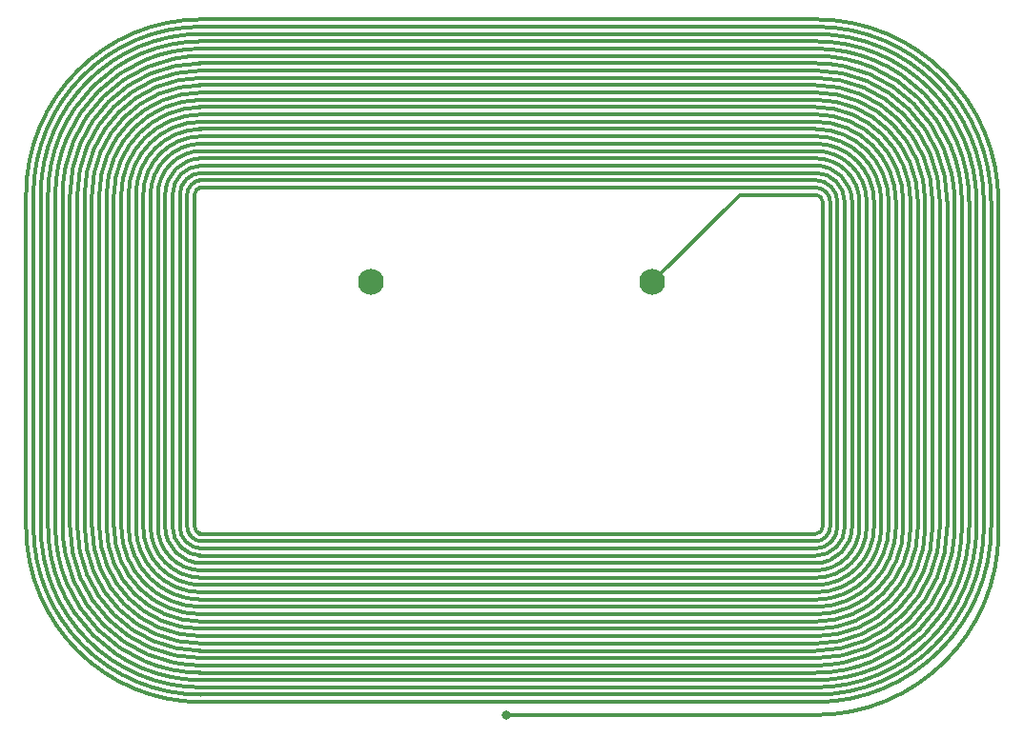
<source format=gtl>
G04 #@! TF.GenerationSoftware,KiCad,Pcbnew,(2017-06-12 revision 19d5cc754)-master*
G04 #@! TF.CreationDate,2017-12-21T18:22:36+01:00*
G04 #@! TF.ProjectId,LF_antenna_denser,4C465F616E74656E6E615F64656E7365,rev?*
G04 #@! TF.FileFunction,Copper,L1,Top,Signal*
G04 #@! TF.FilePolarity,Positive*
%FSLAX46Y46*%
G04 Gerber Fmt 4.6, Leading zero omitted, Abs format (unit mm)*
G04 Created by KiCad (PCBNEW (2017-06-12 revision 19d5cc754)-master) date 2017 December 21, Thursday 18:22:36*
%MOMM*%
%LPD*%
G01*
G04 APERTURE LIST*
%ADD10C,0.050000*%
%ADD11C,0.300000*%
%ADD12R,1.000000X0.300000*%
%ADD13C,2.301240*%
%ADD14C,0.800000*%
G04 APERTURE END LIST*
D10*
D11*
X104900000Y-119250000D02*
X104900000Y-89750000D01*
X105550000Y-119250000D02*
X105550000Y-89750000D01*
X106200000Y-119250000D02*
X106200000Y-89750000D01*
X106850000Y-119250000D02*
X106850000Y-89750000D01*
X107500000Y-119250000D02*
X107500000Y-89750000D01*
X108150000Y-119250000D02*
X108150000Y-89750000D01*
X108800000Y-119250000D02*
X108800000Y-89750000D01*
X109450000Y-119250000D02*
X109450000Y-89750000D01*
X110100000Y-119250000D02*
X110100000Y-89750000D01*
X110750000Y-119250000D02*
X110750000Y-89750000D01*
X111400000Y-119250000D02*
X111400000Y-89750000D01*
X112050000Y-119250000D02*
X112050000Y-89750000D01*
X112700000Y-119250000D02*
X112700000Y-89750000D01*
X113350000Y-119250000D02*
X113350000Y-89750000D01*
X119850000Y-119250000D02*
X119850000Y-89750000D01*
X119200000Y-119250000D02*
X119200000Y-89750000D01*
X118550000Y-119250000D02*
X118550000Y-89750000D01*
X117900000Y-119250000D02*
X117900000Y-89750000D01*
X117250000Y-119250000D02*
X117250000Y-89750000D01*
X116600000Y-119250000D02*
X116600000Y-89750000D01*
X115950000Y-119250000D02*
X115950000Y-89750000D01*
X115300000Y-119250000D02*
X115300000Y-89750000D01*
X114650000Y-119250000D02*
X114650000Y-89750000D01*
X175650000Y-90400000D02*
X175650000Y-119250000D01*
X176300000Y-90400000D02*
X176300000Y-119250000D01*
X176950000Y-90400000D02*
X176950000Y-119250000D01*
X177600000Y-90400000D02*
X177600000Y-119250000D01*
X178250000Y-90400000D02*
X178250000Y-119250000D01*
X178900000Y-90400000D02*
X178900000Y-119250000D01*
X179550000Y-90400000D02*
X179550000Y-119250000D01*
X180200000Y-90400000D02*
X180200000Y-119250000D01*
X180850000Y-90400000D02*
X180850000Y-119250000D01*
X181500000Y-90400000D02*
X181500000Y-119250000D01*
X182150000Y-90400000D02*
X182150000Y-119250000D01*
X182800000Y-90400000D02*
X182800000Y-119250000D01*
X183450000Y-90400000D02*
X183450000Y-119250000D01*
X184100000Y-90400000D02*
X184100000Y-119250000D01*
X184750000Y-90400000D02*
X184750000Y-119250000D01*
X185400000Y-90400000D02*
X185400000Y-119250000D01*
X186050000Y-90400000D02*
X186050000Y-119250000D01*
X186700000Y-90400000D02*
X186700000Y-119250000D01*
X187350000Y-90400000D02*
X187350000Y-119250000D01*
X188000000Y-90400000D02*
X188000000Y-119250000D01*
X188650000Y-90400000D02*
X188650000Y-119250000D01*
X189300000Y-90400000D02*
X189300000Y-119250000D01*
X190600000Y-90400000D02*
X190600000Y-119250000D01*
X189950000Y-90400000D02*
X189950000Y-119250000D01*
X175000000Y-89100000D02*
X120250000Y-89100000D01*
X175000000Y-88450000D02*
X120250000Y-88450000D01*
X175000000Y-87800000D02*
X120250000Y-87800000D01*
X175000000Y-87150000D02*
X120250000Y-87150000D01*
X175000000Y-86500000D02*
X120250000Y-86500000D01*
X175000000Y-85850000D02*
X120250000Y-85850000D01*
X175000000Y-85200000D02*
X120250000Y-85200000D01*
X175000000Y-84550000D02*
X120250000Y-84550000D01*
X175000000Y-83900000D02*
X120250000Y-83900000D01*
X175000000Y-83250000D02*
X120250000Y-83250000D01*
X175000000Y-82600000D02*
X120250000Y-82600000D01*
X175000000Y-81950000D02*
X120250000Y-81950000D01*
X175000000Y-81300000D02*
X120250000Y-81300000D01*
X175000000Y-80650000D02*
X120250000Y-80650000D01*
X175000000Y-80000000D02*
X120250000Y-80000000D01*
X175000000Y-79350000D02*
X120250000Y-79350000D01*
X175000000Y-78700000D02*
X120250000Y-78700000D01*
X175000000Y-78050000D02*
X120250000Y-78050000D01*
X175000000Y-77400000D02*
X120250000Y-77400000D01*
X175000000Y-76750000D02*
X120250000Y-76750000D01*
X175000000Y-76100000D02*
X120250000Y-76100000D01*
X175000000Y-75450000D02*
X120250000Y-75450000D01*
X175000000Y-74800000D02*
X120250000Y-74800000D01*
X175250000Y-74150000D02*
X120500000Y-74150000D01*
X175000000Y-119900000D02*
X120250000Y-119900000D01*
X175000000Y-120550000D02*
X120250000Y-120550000D01*
X175000000Y-121200000D02*
X120250000Y-121200000D01*
X175000000Y-121850000D02*
X120250000Y-121850000D01*
X175000000Y-122500000D02*
X120250000Y-122500000D01*
X175000000Y-123150000D02*
X120250000Y-123150000D01*
X175000000Y-123800000D02*
X120250000Y-123800000D01*
X175000000Y-124450000D02*
X120250000Y-124450000D01*
X175000000Y-125100000D02*
X120250000Y-125100000D01*
X175000000Y-125750000D02*
X120250000Y-125750000D01*
X175000000Y-126400000D02*
X120250000Y-126400000D01*
X175000000Y-127050000D02*
X120250000Y-127050000D01*
X175000000Y-127700000D02*
X120250000Y-127700000D01*
X175000000Y-128350000D02*
X120250000Y-128350000D01*
X175000000Y-129000000D02*
X120250000Y-129000000D01*
X175000000Y-129650000D02*
X120250000Y-129650000D01*
X175000000Y-130300000D02*
X120250000Y-130300000D01*
X175000000Y-130950000D02*
X120250000Y-130950000D01*
X175000000Y-131600000D02*
X120250000Y-131600000D01*
X175000000Y-132250000D02*
X120250000Y-132250000D01*
X175000000Y-132900000D02*
X120250000Y-132900000D01*
X175000000Y-133550000D02*
X120250000Y-133550000D01*
X175000000Y-134192446D02*
X120250000Y-134192446D01*
X175000000Y-134850000D02*
X120250000Y-134850000D01*
X175000000Y-81950000D02*
G75*
G02X183450000Y-90400000I0J-8450000D01*
G01*
X175000000Y-78700000D02*
G75*
G02X186700000Y-90400000I0J-11700000D01*
G01*
X175000000Y-75450000D02*
G75*
G02X189950000Y-90400000I0J-14950000D01*
G01*
X175000000Y-89100000D02*
G75*
G02X176300000Y-90400000I0J-1300000D01*
G01*
X175000000Y-74150000D02*
G75*
G02X191250000Y-90400000I0J-16250000D01*
G01*
X175000000Y-85850000D02*
G75*
G02X179550000Y-90400000I0J-4550000D01*
G01*
X175000000Y-84550000D02*
G75*
G02X180850000Y-90400000I0J-5850000D01*
G01*
X175000000Y-80000000D02*
G75*
G02X185400000Y-90400000I0J-10400000D01*
G01*
X175000000Y-89750000D02*
G75*
G02X175650000Y-90400000I0J-650000D01*
G01*
X175000000Y-86500000D02*
G75*
G02X178900000Y-90400000I0J-3900000D01*
G01*
X175000000Y-79350000D02*
G75*
G02X186050000Y-90400000I0J-11050000D01*
G01*
X175000000Y-87800000D02*
G75*
G02X177600000Y-90400000I0J-2600000D01*
G01*
X175000000Y-87150000D02*
G75*
G02X178250000Y-90400000I0J-3250000D01*
G01*
X175000000Y-88450000D02*
G75*
G02X176950000Y-90400000I0J-1950000D01*
G01*
X175000000Y-83250000D02*
G75*
G02X182150000Y-90400000I0J-7150000D01*
G01*
X175000000Y-77400000D02*
G75*
G02X188000000Y-90400000I0J-13000000D01*
G01*
X175000000Y-76100000D02*
G75*
G02X189300000Y-90400000I0J-14300000D01*
G01*
X175000000Y-80650000D02*
G75*
G02X184750000Y-90400000I0J-9750000D01*
G01*
X175000000Y-81300000D02*
G75*
G02X184100000Y-90400000I0J-9100000D01*
G01*
X175000000Y-78050000D02*
G75*
G02X187350000Y-90400000I0J-12350000D01*
G01*
X175000000Y-82600000D02*
G75*
G02X182800000Y-90400000I0J-7800000D01*
G01*
X175000000Y-76750000D02*
G75*
G02X188650000Y-90400000I0J-13650000D01*
G01*
X175000000Y-85200000D02*
G75*
G02X180200000Y-90400000I0J-5200000D01*
G01*
X175000000Y-74800000D02*
G75*
G02X190600000Y-90400000I0J-15600000D01*
G01*
X175000000Y-83900000D02*
G75*
G02X181500000Y-90400000I0J-6500000D01*
G01*
X112050000Y-89750000D02*
G75*
G02X120500000Y-81300000I8450000J0D01*
G01*
X108800000Y-89750000D02*
G75*
G02X120500000Y-78050000I11700000J0D01*
G01*
X105550000Y-89750000D02*
G75*
G02X120500000Y-74800000I14950000J0D01*
G01*
X107500000Y-89750000D02*
G75*
G02X120500000Y-76750000I13000000J0D01*
G01*
X106200000Y-89750000D02*
G75*
G02X120500000Y-75450000I14300000J0D01*
G01*
X110750000Y-89750000D02*
G75*
G02X120500000Y-80000000I9750000J0D01*
G01*
X111400000Y-89750000D02*
G75*
G02X120500000Y-80650000I9100000J0D01*
G01*
X108150000Y-89750000D02*
G75*
G02X120500000Y-77400000I12350000J0D01*
G01*
X112700000Y-89750000D02*
G75*
G02X120500000Y-81950000I7800000J0D01*
G01*
X106850000Y-89750000D02*
G75*
G02X120500000Y-76100000I13650000J0D01*
G01*
X115300000Y-89750000D02*
G75*
G02X120500000Y-84550000I5200000J0D01*
G01*
X104900000Y-89750000D02*
G75*
G02X120500000Y-74150000I15600000J0D01*
G01*
X114000000Y-89750000D02*
G75*
G02X120500000Y-83250000I6500000J0D01*
G01*
X117900000Y-89750000D02*
G75*
G02X120500000Y-87150000I2600000J0D01*
G01*
X117250000Y-89750000D02*
G75*
G02X120500000Y-86500000I3250000J0D01*
G01*
X114000000Y-119250000D02*
X114000000Y-89750000D01*
X118550000Y-89750000D02*
G75*
G02X120500000Y-87800000I1950000J0D01*
G01*
X114650000Y-89750000D02*
G75*
G02X120500000Y-83900000I5850000J0D01*
G01*
X110100000Y-89750000D02*
G75*
G02X120500000Y-79350000I10400000J0D01*
G01*
X119850000Y-89750000D02*
G75*
G02X120500000Y-89100000I650000J0D01*
G01*
X116600000Y-89750000D02*
G75*
G02X120500000Y-85850000I3900000J0D01*
G01*
X109450000Y-89750000D02*
G75*
G02X120500000Y-78700000I11050000J0D01*
G01*
X119200000Y-89750000D02*
G75*
G02X120500000Y-88450000I1300000J0D01*
G01*
X115950000Y-89750000D02*
G75*
G02X120500000Y-85200000I4550000J0D01*
G01*
X113350000Y-89750000D02*
G75*
G02X120500000Y-82600000I7150000J0D01*
G01*
X190600000Y-119250000D02*
G75*
G02X175000000Y-134850000I-15600000J0D01*
G01*
X185400000Y-119250000D02*
G75*
G02X175000000Y-129650000I-10400000J0D01*
G01*
X177600000Y-119250000D02*
G75*
G02X175000000Y-121850000I-2600000J0D01*
G01*
X184750000Y-119250000D02*
G75*
G02X175000000Y-129000000I-9750000J0D01*
G01*
X186050000Y-119250000D02*
G75*
G02X175000000Y-130300000I-11050000J0D01*
G01*
X191250000Y-119750000D02*
G75*
G02X175000000Y-136000000I-16250000J0D01*
G01*
X191250000Y-90400000D02*
X191250000Y-119750000D01*
X188650000Y-119250000D02*
G75*
G02X175000000Y-132900000I-13650000J0D01*
G01*
X186700000Y-119250000D02*
G75*
G02X175000000Y-130950000I-11700000J0D01*
G01*
X182800000Y-119250000D02*
G75*
G02X175000000Y-127050000I-7800000J0D01*
G01*
X184100000Y-119250000D02*
G75*
G02X175000000Y-128350000I-9100000J0D01*
G01*
X180200000Y-119250000D02*
G75*
G02X175000000Y-124450000I-5200000J0D01*
G01*
X180850000Y-119250000D02*
G75*
G02X175000000Y-125100000I-5850000J0D01*
G01*
X179550000Y-119250000D02*
G75*
G02X175000000Y-123800000I-4550000J0D01*
G01*
X175650000Y-119250000D02*
G75*
G02X175000000Y-119900000I-650000J0D01*
G01*
X176300000Y-119250000D02*
G75*
G02X175000000Y-120550000I-1300000J0D01*
G01*
X183450000Y-119250000D02*
G75*
G02X175000000Y-127700000I-8450000J0D01*
G01*
X178250000Y-119250000D02*
G75*
G02X175000000Y-122500000I-3250000J0D01*
G01*
X176950000Y-119250000D02*
G75*
G02X175000000Y-121200000I-1950000J0D01*
G01*
X181500000Y-119250000D02*
G75*
G02X175000000Y-125750000I-6500000J0D01*
G01*
X189300000Y-119250000D02*
G75*
G02X175000000Y-133550000I-14300000J0D01*
G01*
X187350000Y-119250000D02*
G75*
G02X175000000Y-131600000I-12350000J0D01*
G01*
X178900000Y-119250000D02*
G75*
G02X175000000Y-123150000I-3900000J0D01*
G01*
X189950000Y-119242446D02*
G75*
G02X175000000Y-134192446I-14950000J0D01*
G01*
X182150000Y-119250000D02*
G75*
G02X175000000Y-126400000I-7150000J0D01*
G01*
X188000000Y-119250000D02*
G75*
G02X175000000Y-132250000I-13000000J0D01*
G01*
X120500000Y-134850000D02*
G75*
G02X104900000Y-119250000I0J15600000D01*
G01*
X120500000Y-134200000D02*
G75*
G02X105550000Y-119250000I0J14950000D01*
G01*
X120500000Y-133550000D02*
G75*
G02X106200000Y-119250000I0J14300000D01*
G01*
X120500000Y-132900000D02*
G75*
G02X106850000Y-119250000I0J13650000D01*
G01*
X120500000Y-132250000D02*
G75*
G02X107500000Y-119250000I0J13000000D01*
G01*
X120500000Y-131600000D02*
G75*
G02X108150000Y-119250000I0J12350000D01*
G01*
X120500000Y-130950000D02*
G75*
G02X108800000Y-119250000I0J11700000D01*
G01*
X120500000Y-130300000D02*
G75*
G02X109450000Y-119250000I0J11050000D01*
G01*
X120500000Y-129650000D02*
G75*
G02X110100000Y-119250000I0J10400000D01*
G01*
X120500000Y-129000000D02*
G75*
G02X110750000Y-119250000I0J9750000D01*
G01*
X120500000Y-128350000D02*
G75*
G02X111400000Y-119250000I0J9100000D01*
G01*
X120500000Y-127700000D02*
G75*
G02X112050000Y-119250000I0J8450000D01*
G01*
X120500000Y-127050000D02*
G75*
G02X112700000Y-119250000I0J7800000D01*
G01*
X120500000Y-126400000D02*
G75*
G02X113350000Y-119250000I0J7150000D01*
G01*
X120500000Y-125750000D02*
G75*
G02X114000000Y-119250000I0J6500000D01*
G01*
X120500000Y-125100000D02*
G75*
G02X114650000Y-119250000I0J5850000D01*
G01*
X120500000Y-124450000D02*
G75*
G02X115300000Y-119250000I0J5200000D01*
G01*
X120500000Y-123800000D02*
G75*
G02X115950000Y-119250000I0J4550000D01*
G01*
X120500000Y-123150000D02*
G75*
G02X116600000Y-119250000I0J3900000D01*
G01*
X120500000Y-122500000D02*
G75*
G02X117250000Y-119250000I0J3250000D01*
G01*
X120500000Y-121850000D02*
G75*
G02X117900000Y-119250000I0J2600000D01*
G01*
X120500000Y-121200000D02*
G75*
G02X118550000Y-119250000I0J1950000D01*
G01*
X120500000Y-120550000D02*
G75*
G02X119200000Y-119250000I0J1300000D01*
G01*
X120500000Y-119900000D02*
G75*
G02X119850000Y-119250000I0J650000D01*
G01*
X175250000Y-136000000D02*
X171000000Y-136000000D01*
D12*
X174500000Y-89750000D03*
X170750000Y-136000000D03*
D13*
X135500000Y-97500000D03*
X160498680Y-97500000D03*
D14*
X147500000Y-136000000D03*
D11*
X147500000Y-136000000D02*
X170750000Y-136000000D01*
X174500000Y-89750000D02*
X168248680Y-89750000D01*
X168248680Y-89750000D02*
X160498680Y-97500000D01*
M02*

</source>
